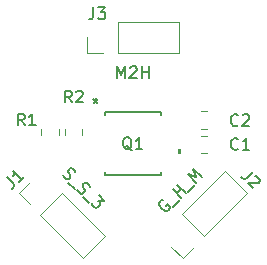
<source format=gbr>
%TF.GenerationSoftware,KiCad,Pcbnew,8.0.8*%
%TF.CreationDate,2025-03-13T11:30:44-04:00*%
%TF.ProjectId,Anemosens Sensor,416e656d-6f73-4656-9e73-2053656e736f,rev?*%
%TF.SameCoordinates,Original*%
%TF.FileFunction,Legend,Top*%
%TF.FilePolarity,Positive*%
%FSLAX46Y46*%
G04 Gerber Fmt 4.6, Leading zero omitted, Abs format (unit mm)*
G04 Created by KiCad (PCBNEW 8.0.8) date 2025-03-13 11:30:44*
%MOMM*%
%LPD*%
G01*
G04 APERTURE LIST*
%ADD10C,0.150000*%
%ADD11C,0.120000*%
%ADD12C,0.152400*%
%ADD13C,0.000000*%
G04 APERTURE END LIST*
D10*
X144908333Y-91419580D02*
X144860714Y-91467200D01*
X144860714Y-91467200D02*
X144717857Y-91514819D01*
X144717857Y-91514819D02*
X144622619Y-91514819D01*
X144622619Y-91514819D02*
X144479762Y-91467200D01*
X144479762Y-91467200D02*
X144384524Y-91371961D01*
X144384524Y-91371961D02*
X144336905Y-91276723D01*
X144336905Y-91276723D02*
X144289286Y-91086247D01*
X144289286Y-91086247D02*
X144289286Y-90943390D01*
X144289286Y-90943390D02*
X144336905Y-90752914D01*
X144336905Y-90752914D02*
X144384524Y-90657676D01*
X144384524Y-90657676D02*
X144479762Y-90562438D01*
X144479762Y-90562438D02*
X144622619Y-90514819D01*
X144622619Y-90514819D02*
X144717857Y-90514819D01*
X144717857Y-90514819D02*
X144860714Y-90562438D01*
X144860714Y-90562438D02*
X144908333Y-90610057D01*
X145289286Y-90610057D02*
X145336905Y-90562438D01*
X145336905Y-90562438D02*
X145432143Y-90514819D01*
X145432143Y-90514819D02*
X145670238Y-90514819D01*
X145670238Y-90514819D02*
X145765476Y-90562438D01*
X145765476Y-90562438D02*
X145813095Y-90610057D01*
X145813095Y-90610057D02*
X145860714Y-90705295D01*
X145860714Y-90705295D02*
X145860714Y-90800533D01*
X145860714Y-90800533D02*
X145813095Y-90943390D01*
X145813095Y-90943390D02*
X145241667Y-91514819D01*
X145241667Y-91514819D02*
X145860714Y-91514819D01*
X144908333Y-93419580D02*
X144860714Y-93467200D01*
X144860714Y-93467200D02*
X144717857Y-93514819D01*
X144717857Y-93514819D02*
X144622619Y-93514819D01*
X144622619Y-93514819D02*
X144479762Y-93467200D01*
X144479762Y-93467200D02*
X144384524Y-93371961D01*
X144384524Y-93371961D02*
X144336905Y-93276723D01*
X144336905Y-93276723D02*
X144289286Y-93086247D01*
X144289286Y-93086247D02*
X144289286Y-92943390D01*
X144289286Y-92943390D02*
X144336905Y-92752914D01*
X144336905Y-92752914D02*
X144384524Y-92657676D01*
X144384524Y-92657676D02*
X144479762Y-92562438D01*
X144479762Y-92562438D02*
X144622619Y-92514819D01*
X144622619Y-92514819D02*
X144717857Y-92514819D01*
X144717857Y-92514819D02*
X144860714Y-92562438D01*
X144860714Y-92562438D02*
X144908333Y-92610057D01*
X145860714Y-93514819D02*
X145289286Y-93514819D01*
X145575000Y-93514819D02*
X145575000Y-92514819D01*
X145575000Y-92514819D02*
X145479762Y-92657676D01*
X145479762Y-92657676D02*
X145384524Y-92752914D01*
X145384524Y-92752914D02*
X145289286Y-92800533D01*
X135904761Y-93550057D02*
X135809523Y-93502438D01*
X135809523Y-93502438D02*
X135714285Y-93407200D01*
X135714285Y-93407200D02*
X135571428Y-93264342D01*
X135571428Y-93264342D02*
X135476190Y-93216723D01*
X135476190Y-93216723D02*
X135380952Y-93216723D01*
X135428571Y-93454819D02*
X135333333Y-93407200D01*
X135333333Y-93407200D02*
X135238095Y-93311961D01*
X135238095Y-93311961D02*
X135190476Y-93121485D01*
X135190476Y-93121485D02*
X135190476Y-92788152D01*
X135190476Y-92788152D02*
X135238095Y-92597676D01*
X135238095Y-92597676D02*
X135333333Y-92502438D01*
X135333333Y-92502438D02*
X135428571Y-92454819D01*
X135428571Y-92454819D02*
X135619047Y-92454819D01*
X135619047Y-92454819D02*
X135714285Y-92502438D01*
X135714285Y-92502438D02*
X135809523Y-92597676D01*
X135809523Y-92597676D02*
X135857142Y-92788152D01*
X135857142Y-92788152D02*
X135857142Y-93121485D01*
X135857142Y-93121485D02*
X135809523Y-93311961D01*
X135809523Y-93311961D02*
X135714285Y-93407200D01*
X135714285Y-93407200D02*
X135619047Y-93454819D01*
X135619047Y-93454819D02*
X135428571Y-93454819D01*
X136809523Y-93454819D02*
X136238095Y-93454819D01*
X136523809Y-93454819D02*
X136523809Y-92454819D01*
X136523809Y-92454819D02*
X136428571Y-92597676D01*
X136428571Y-92597676D02*
X136333333Y-92692914D01*
X136333333Y-92692914D02*
X136238095Y-92740533D01*
X132844050Y-89107819D02*
X132844050Y-89345914D01*
X132605955Y-89250676D02*
X132844050Y-89345914D01*
X132844050Y-89345914D02*
X133082145Y-89250676D01*
X132701193Y-89536390D02*
X132844050Y-89345914D01*
X132844050Y-89345914D02*
X132986907Y-89536390D01*
X146149798Y-95378796D02*
X145644722Y-95883872D01*
X145644722Y-95883872D02*
X145510035Y-95951216D01*
X145510035Y-95951216D02*
X145375348Y-95951216D01*
X145375348Y-95951216D02*
X145240661Y-95883872D01*
X145240661Y-95883872D02*
X145173317Y-95816529D01*
X146385501Y-95749185D02*
X146452844Y-95749185D01*
X146452844Y-95749185D02*
X146553859Y-95782857D01*
X146553859Y-95782857D02*
X146722218Y-95951216D01*
X146722218Y-95951216D02*
X146755890Y-96052231D01*
X146755890Y-96052231D02*
X146755890Y-96119575D01*
X146755890Y-96119575D02*
X146722218Y-96220590D01*
X146722218Y-96220590D02*
X146654875Y-96287933D01*
X146654875Y-96287933D02*
X146520188Y-96355277D01*
X146520188Y-96355277D02*
X145712066Y-96355277D01*
X145712066Y-96355277D02*
X146149798Y-96793010D01*
X138520166Y-97776174D02*
X138419151Y-97809846D01*
X138419151Y-97809846D02*
X138318136Y-97910861D01*
X138318136Y-97910861D02*
X138250792Y-98045548D01*
X138250792Y-98045548D02*
X138250792Y-98180235D01*
X138250792Y-98180235D02*
X138284464Y-98281250D01*
X138284464Y-98281250D02*
X138385479Y-98449609D01*
X138385479Y-98449609D02*
X138486495Y-98550624D01*
X138486495Y-98550624D02*
X138654853Y-98651639D01*
X138654853Y-98651639D02*
X138755869Y-98685311D01*
X138755869Y-98685311D02*
X138890556Y-98685311D01*
X138890556Y-98685311D02*
X139025243Y-98617968D01*
X139025243Y-98617968D02*
X139092586Y-98550624D01*
X139092586Y-98550624D02*
X139159930Y-98415937D01*
X139159930Y-98415937D02*
X139159930Y-98348594D01*
X139159930Y-98348594D02*
X138924227Y-98112891D01*
X138924227Y-98112891D02*
X138789540Y-98247578D01*
X139429304Y-98348594D02*
X139968052Y-97809846D01*
X140069067Y-97574143D02*
X139361960Y-96867036D01*
X139698678Y-97203754D02*
X140102739Y-96799693D01*
X140473128Y-97170082D02*
X139766021Y-96462975D01*
X140708830Y-97069067D02*
X141247578Y-96530319D01*
X141348594Y-96294617D02*
X140641487Y-95587510D01*
X140641487Y-95587510D02*
X141382266Y-95856884D01*
X141382266Y-95856884D02*
X141112891Y-95116105D01*
X141112891Y-95116105D02*
X141819998Y-95823212D01*
X125368190Y-95839595D02*
X125873266Y-96344671D01*
X125873266Y-96344671D02*
X125940610Y-96479358D01*
X125940610Y-96479358D02*
X125940610Y-96614045D01*
X125940610Y-96614045D02*
X125873266Y-96748732D01*
X125873266Y-96748732D02*
X125805923Y-96816076D01*
X126782404Y-95839595D02*
X126378343Y-96243656D01*
X126580373Y-96041625D02*
X125873266Y-95334518D01*
X125873266Y-95334518D02*
X125906938Y-95502877D01*
X125906938Y-95502877D02*
X125906938Y-95637564D01*
X125906938Y-95637564D02*
X125873266Y-95738579D01*
X130093903Y-95669771D02*
X130161247Y-95804458D01*
X130161247Y-95804458D02*
X130329605Y-95972817D01*
X130329605Y-95972817D02*
X130430621Y-96006488D01*
X130430621Y-96006488D02*
X130497964Y-96006488D01*
X130497964Y-96006488D02*
X130598979Y-95972817D01*
X130598979Y-95972817D02*
X130666323Y-95905473D01*
X130666323Y-95905473D02*
X130699995Y-95804458D01*
X130699995Y-95804458D02*
X130699995Y-95737114D01*
X130699995Y-95737114D02*
X130666323Y-95636099D01*
X130666323Y-95636099D02*
X130565308Y-95467740D01*
X130565308Y-95467740D02*
X130531636Y-95366725D01*
X130531636Y-95366725D02*
X130531636Y-95299382D01*
X130531636Y-95299382D02*
X130565308Y-95198366D01*
X130565308Y-95198366D02*
X130632651Y-95131023D01*
X130632651Y-95131023D02*
X130733666Y-95097351D01*
X130733666Y-95097351D02*
X130801010Y-95097351D01*
X130801010Y-95097351D02*
X130902025Y-95131023D01*
X130902025Y-95131023D02*
X131070384Y-95299382D01*
X131070384Y-95299382D02*
X131137727Y-95434069D01*
X130531636Y-96309534D02*
X131070384Y-96848282D01*
X131306086Y-96881954D02*
X131373430Y-97016641D01*
X131373430Y-97016641D02*
X131541789Y-97185000D01*
X131541789Y-97185000D02*
X131642804Y-97218672D01*
X131642804Y-97218672D02*
X131710147Y-97218672D01*
X131710147Y-97218672D02*
X131811163Y-97185000D01*
X131811163Y-97185000D02*
X131878506Y-97117656D01*
X131878506Y-97117656D02*
X131912178Y-97016641D01*
X131912178Y-97016641D02*
X131912178Y-96949298D01*
X131912178Y-96949298D02*
X131878506Y-96848282D01*
X131878506Y-96848282D02*
X131777491Y-96679924D01*
X131777491Y-96679924D02*
X131743819Y-96578908D01*
X131743819Y-96578908D02*
X131743819Y-96511565D01*
X131743819Y-96511565D02*
X131777491Y-96410550D01*
X131777491Y-96410550D02*
X131844834Y-96343206D01*
X131844834Y-96343206D02*
X131945850Y-96309534D01*
X131945850Y-96309534D02*
X132013193Y-96309534D01*
X132013193Y-96309534D02*
X132114208Y-96343206D01*
X132114208Y-96343206D02*
X132282567Y-96511565D01*
X132282567Y-96511565D02*
X132349911Y-96646252D01*
X131743819Y-97521718D02*
X132282567Y-98060466D01*
X133158033Y-97387031D02*
X133595766Y-97824763D01*
X133595766Y-97824763D02*
X133090689Y-97858435D01*
X133090689Y-97858435D02*
X133191705Y-97959450D01*
X133191705Y-97959450D02*
X133225376Y-98060466D01*
X133225376Y-98060466D02*
X133225376Y-98127809D01*
X133225376Y-98127809D02*
X133191705Y-98228824D01*
X133191705Y-98228824D02*
X133023346Y-98397183D01*
X133023346Y-98397183D02*
X132922331Y-98430855D01*
X132922331Y-98430855D02*
X132854987Y-98430855D01*
X132854987Y-98430855D02*
X132753972Y-98397183D01*
X132753972Y-98397183D02*
X132551941Y-98195153D01*
X132551941Y-98195153D02*
X132518270Y-98094137D01*
X132518270Y-98094137D02*
X132518270Y-98026794D01*
X126833333Y-91454819D02*
X126500000Y-90978628D01*
X126261905Y-91454819D02*
X126261905Y-90454819D01*
X126261905Y-90454819D02*
X126642857Y-90454819D01*
X126642857Y-90454819D02*
X126738095Y-90502438D01*
X126738095Y-90502438D02*
X126785714Y-90550057D01*
X126785714Y-90550057D02*
X126833333Y-90645295D01*
X126833333Y-90645295D02*
X126833333Y-90788152D01*
X126833333Y-90788152D02*
X126785714Y-90883390D01*
X126785714Y-90883390D02*
X126738095Y-90931009D01*
X126738095Y-90931009D02*
X126642857Y-90978628D01*
X126642857Y-90978628D02*
X126261905Y-90978628D01*
X127785714Y-91454819D02*
X127214286Y-91454819D01*
X127500000Y-91454819D02*
X127500000Y-90454819D01*
X127500000Y-90454819D02*
X127404762Y-90597676D01*
X127404762Y-90597676D02*
X127309524Y-90692914D01*
X127309524Y-90692914D02*
X127214286Y-90740533D01*
X130833333Y-89504819D02*
X130500000Y-89028628D01*
X130261905Y-89504819D02*
X130261905Y-88504819D01*
X130261905Y-88504819D02*
X130642857Y-88504819D01*
X130642857Y-88504819D02*
X130738095Y-88552438D01*
X130738095Y-88552438D02*
X130785714Y-88600057D01*
X130785714Y-88600057D02*
X130833333Y-88695295D01*
X130833333Y-88695295D02*
X130833333Y-88838152D01*
X130833333Y-88838152D02*
X130785714Y-88933390D01*
X130785714Y-88933390D02*
X130738095Y-88981009D01*
X130738095Y-88981009D02*
X130642857Y-89028628D01*
X130642857Y-89028628D02*
X130261905Y-89028628D01*
X131214286Y-88600057D02*
X131261905Y-88552438D01*
X131261905Y-88552438D02*
X131357143Y-88504819D01*
X131357143Y-88504819D02*
X131595238Y-88504819D01*
X131595238Y-88504819D02*
X131690476Y-88552438D01*
X131690476Y-88552438D02*
X131738095Y-88600057D01*
X131738095Y-88600057D02*
X131785714Y-88695295D01*
X131785714Y-88695295D02*
X131785714Y-88790533D01*
X131785714Y-88790533D02*
X131738095Y-88933390D01*
X131738095Y-88933390D02*
X131166667Y-89504819D01*
X131166667Y-89504819D02*
X131785714Y-89504819D01*
X132666666Y-81454819D02*
X132666666Y-82169104D01*
X132666666Y-82169104D02*
X132619047Y-82311961D01*
X132619047Y-82311961D02*
X132523809Y-82407200D01*
X132523809Y-82407200D02*
X132380952Y-82454819D01*
X132380952Y-82454819D02*
X132285714Y-82454819D01*
X133047619Y-81454819D02*
X133666666Y-81454819D01*
X133666666Y-81454819D02*
X133333333Y-81835771D01*
X133333333Y-81835771D02*
X133476190Y-81835771D01*
X133476190Y-81835771D02*
X133571428Y-81883390D01*
X133571428Y-81883390D02*
X133619047Y-81931009D01*
X133619047Y-81931009D02*
X133666666Y-82026247D01*
X133666666Y-82026247D02*
X133666666Y-82264342D01*
X133666666Y-82264342D02*
X133619047Y-82359580D01*
X133619047Y-82359580D02*
X133571428Y-82407200D01*
X133571428Y-82407200D02*
X133476190Y-82454819D01*
X133476190Y-82454819D02*
X133190476Y-82454819D01*
X133190476Y-82454819D02*
X133095238Y-82407200D01*
X133095238Y-82407200D02*
X133047619Y-82359580D01*
X134666667Y-87454819D02*
X134666667Y-86454819D01*
X134666667Y-86454819D02*
X135000000Y-87169104D01*
X135000000Y-87169104D02*
X135333333Y-86454819D01*
X135333333Y-86454819D02*
X135333333Y-87454819D01*
X135761905Y-86550057D02*
X135809524Y-86502438D01*
X135809524Y-86502438D02*
X135904762Y-86454819D01*
X135904762Y-86454819D02*
X136142857Y-86454819D01*
X136142857Y-86454819D02*
X136238095Y-86502438D01*
X136238095Y-86502438D02*
X136285714Y-86550057D01*
X136285714Y-86550057D02*
X136333333Y-86645295D01*
X136333333Y-86645295D02*
X136333333Y-86740533D01*
X136333333Y-86740533D02*
X136285714Y-86883390D01*
X136285714Y-86883390D02*
X135714286Y-87454819D01*
X135714286Y-87454819D02*
X136333333Y-87454819D01*
X136761905Y-87454819D02*
X136761905Y-86454819D01*
X136761905Y-86931009D02*
X137333333Y-86931009D01*
X137333333Y-87454819D02*
X137333333Y-86454819D01*
D11*
%TO.C,C2*%
X142298752Y-90265000D02*
X141776248Y-90265000D01*
X142298752Y-91735000D02*
X141776248Y-91735000D01*
%TO.C,C1*%
X142298752Y-92325000D02*
X141776248Y-92325000D01*
X142298752Y-93795000D02*
X141776248Y-93795000D01*
D12*
%TO.C,Q1*%
X133625100Y-90320300D02*
X133625100Y-90590259D01*
X133625100Y-95409739D02*
X133625100Y-95679700D01*
X133625100Y-95679700D02*
X138374900Y-95679700D01*
X138374900Y-90320300D02*
X133625100Y-90320300D01*
X138374900Y-90590261D02*
X138374900Y-90320300D01*
X138374900Y-95679700D02*
X138374900Y-95409741D01*
D13*
G36*
X140064000Y-93840499D02*
G01*
X139810000Y-93840499D01*
X139810000Y-93459499D01*
X140064000Y-93459499D01*
X140064000Y-93840499D01*
G37*
D11*
%TO.C,J2*%
X140172129Y-98946967D02*
X143806657Y-95312439D01*
X140214555Y-102666349D02*
X139274103Y-101725897D01*
X141155007Y-101725897D02*
X140214555Y-102666349D01*
X142053033Y-100827871D02*
X140172129Y-98946967D01*
X142053033Y-100827871D02*
X145687561Y-97193343D01*
X145687561Y-97193343D02*
X143806657Y-95312439D01*
%TO.C,J1*%
X126323045Y-97203949D02*
X127263497Y-96263497D01*
X127263497Y-98144401D02*
X126323045Y-97203949D01*
X128161523Y-99042427D02*
X130042427Y-97161523D01*
X128161523Y-99042427D02*
X131796051Y-102676955D01*
X130042427Y-97161523D02*
X133676955Y-100796051D01*
X131796051Y-102676955D02*
X133676955Y-100796051D01*
%TO.C,R1*%
X128265000Y-92227064D02*
X128265000Y-91772936D01*
X129735000Y-92227064D02*
X129735000Y-91772936D01*
%TO.C,R2*%
X130265000Y-92227064D02*
X130265000Y-91772936D01*
X131735000Y-92227064D02*
X131735000Y-91772936D01*
%TO.C,J3*%
X132145000Y-85330000D02*
X132145000Y-84000000D01*
X133475000Y-85330000D02*
X132145000Y-85330000D01*
X134745000Y-82670000D02*
X139885000Y-82670000D01*
X134745000Y-85330000D02*
X134745000Y-82670000D01*
X134745000Y-85330000D02*
X139885000Y-85330000D01*
X139885000Y-85330000D02*
X139885000Y-82670000D01*
%TD*%
M02*

</source>
